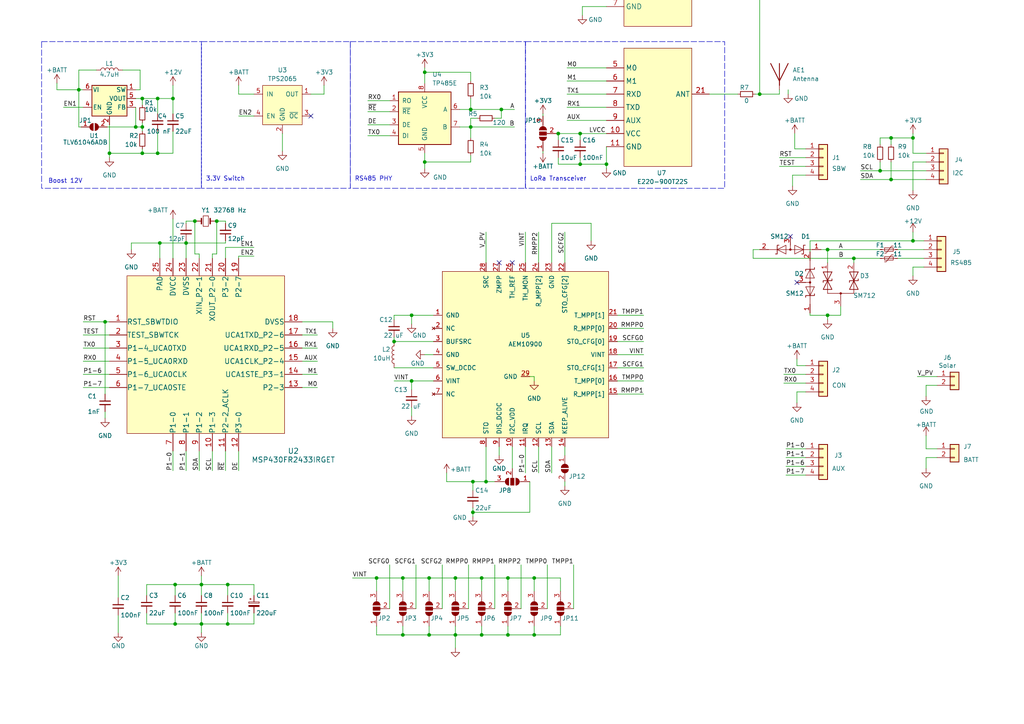
<source format=kicad_sch>
(kicad_sch (version 20250114) (generator "eeschema") (generator_version "9.0")
  (paper "A4")
  (title_block (title "LoRa ModBus board") (rev "3.0.2-10900") (company "MQ Labs"))
  (lib_symbols
    (symbol "Connector_Generic:Conn_01x02" (pin_names (offset 1.016) (hide yes))
      (property "Reference" "J" (at 0 2.54 0))
      (property "Value" "Conn_01x02" (at 0 -5.08 0))
      (symbol "Conn_01x02_1_1"
        (pin passive line (at -5.08 0 0) (length 3.81) (name "Pin_1") (number "1"))
        (pin passive line (at -5.08 -2.54 0) (length 3.81) (name "Pin_2") (number "2"))
      )
    )
    (symbol "Connector_Generic:Conn_01x04" (pin_names (offset 1.016) (hide yes))
      (property "Reference" "J" (at 0 5.08 0))
      (property "Value" "Conn_01x04" (at 0 -7.62 0))
      (symbol "Conn_01x04_1_1"
        (pin passive line (at -5.08 2.54 0) (length 3.81) (name "Pin_1") (number "1"))
        (pin passive line (at -5.08 0 0) (length 3.81) (name "Pin_2") (number "2"))
        (pin passive line (at -5.08 -2.54 0) (length 3.81) (name "Pin_3") (number "3"))
        (pin passive line (at -5.08 -5.08 0) (length 3.81) (name "Pin_4") (number "4"))
      )
    )
    (symbol "Device:C_Polarized_Small" (pin_numbers (hide yes)) (pin_names (offset 0.254) (hide yes))
      (property "Reference" "C" (at 0.254 1.778 0))
      (property "Value" "C_Polarized_Small" (at 0.254 -2.032 0))
      (symbol "C_Polarized_Small_1_1"
        (pin passive line (at 0 2.54 270) (length 1.8542) (name "~") (number "1"))
        (pin passive line (at 0 -2.54 90) (length 1.8542) (name "~") (number "2"))
      )
    )
    (symbol "Device:C_Small" (pin_numbers (hide yes)) (pin_names (offset 0.254) (hide yes))
      (property "Reference" "C" (at 0.254 1.778 0))
      (property "Value" "C_Small" (at 0.254 -2.032 0))
      (symbol "C_Small_1_1"
        (pin passive line (at 0 2.54 270) (length 2.032) (name "~") (number "1"))
        (pin passive line (at 0 -2.54 90) (length 2.032) (name "~") (number "2"))
      )
    )
    (symbol "Device:Crystal_Small" (pin_numbers (hide yes)) (pin_names (offset 1.016) (hide yes))
      (property "Reference" "Y" (at 0 2.54 0))
      (property "Value" "Crystal_Small" (at 0 -2.54 0))
      (symbol "Crystal_Small_1_1"
        (pin passive line (at -2.54 0 0) (length 1.27) (name "1") (number "1"))
        (pin passive line (at 2.54 0 180) (length 1.27) (name "2") (number "2"))
      )
    )
    (symbol "Device:L" (pin_numbers (hide yes)) (pin_names (offset 1.016) (hide yes))
      (property "Reference" "L" (at -1.27 0 90))
      (property "Value" "L" (at 1.905 0 90))
      (symbol "L_1_1"
        (pin passive line (at 0 3.81 270) (length 1.27) (name "1") (number "1"))
        (pin passive line (at 0 -3.81 90) (length 1.27) (name "2") (number "2"))
      )
    )
    (symbol "Device:Polyfuse_Small" (pin_numbers (hide yes)) (pin_names (offset 0))
      (property "Reference" "F" (at -1.905 0 90))
      (property "Value" "Polyfuse_Small" (at 1.905 0 90))
      (symbol "Polyfuse_Small_1_1"
        (pin passive line (at 0 2.54 270) (length 0.635) (name "~") (number "1"))
        (pin passive line (at 0 -2.54 90) (length 0.635) (name "~") (number "2"))
      )
    )
    (symbol "Device:R_Small" (pin_numbers (hide yes)) (pin_names (offset 0.254) (hide yes))
      (property "Reference" "R" (at 0.762 0.508 0))
      (property "Value" "R_Small" (at 0.762 -1.016 0))
      (symbol "R_Small_1_1"
        (pin passive line (at 0 2.54 270) (length 0.762) (name "~") (number "1"))
        (pin passive line (at 0 -2.54 90) (length 0.762) (name "~") (number "2"))
      )
    )
    (symbol "Jumper:SolderJumper_2_Open" (pin_names (offset 0) (hide yes))
      (property "Reference" "JP" (at 0 2.032 0))
      (property "Value" "SolderJumper_2_Open" (at 0 -2.54 0))
      (symbol "SolderJumper_2_Open_1_1"
        (pin passive line (at -3.81 0 0) (length 2.54) (name "A") (number "1"))
        (pin passive line (at 3.81 0 180) (length 2.54) (name "B") (number "2"))
      )
    )
    (symbol "Jumper:SolderJumper_3_Open" (pin_names (offset 0) (hide yes))
      (property "Reference" "JP" (at -2.54 -2.54 0))
      (property "Value" "SolderJumper_3_Open" (at 0 2.794 0))
      (symbol "SolderJumper_3_Open_1_1"
        (pin passive line (at -5.08 0 0) (length 2.54) (name "A") (number "1"))
        (pin passive line (at 0 -3.81 90) (length 2.54) (name "C") (number "2"))
        (pin passive line (at 5.08 0 180) (length 2.54) (name "B") (number "3"))
      )
    )
    (symbol "Lora_Node:AEM10900" (pin_names (offset 1.016))
      (property "Reference" "U5" (at 0 5.588 0))
      (property "Value" "AEM10900" (at 0 3.048 0))
      (symbol "AEM10900_0_0"
        (pin input line (at 1.27 -6.35 180) (length 2.54) (name "GND") (number "29"))
      )
      (symbol "AEM10900_1_0"
        (pin no_connect line (at -26.67 7.62 0) (length 2.54) (name "NC") (number "2"))
        (pin input line (at -26.67 3.81 0) (length 2.54) (name "BUFSRC") (number "3"))
        (pin input line (at -26.67 0 0) (length 2.54) (name "GND") (number "4"))
        (pin input line (at -26.67 -3.81 0) (length 2.54) (name "SW_DCDC") (number "5"))
        (pin input line (at -26.67 -7.62 0) (length 2.54) (name "VINT") (number "6"))
        (pin no_connect line (at -26.67 -11.43 0) (length 2.54) (name "NC") (number "7"))
        (pin input line (at -11.43 26.67 270) (length 2.54) (name "SRC") (number "28"))
        (pin input line (at -11.43 -26.67 90) (length 2.54) (name "STO") (number "8"))
        (pin input line (at -7.62 26.67 270) (length 2.54) (name "ZMPP") (number "27"))
        (pin input line (at -7.62 -26.67 90) (length 2.54) (name "DIS_DCDC") (number "9"))
        (pin input line (at -3.81 26.67 270) (length 2.54) (name "TH_REF") (number "26"))
        (pin input line (at -3.81 -26.67 90) (length 2.54) (name "I2C_VDD") (number "10"))
        (pin input line (at 0 26.67 270) (length 2.54) (name "TH_MON") (number "25"))
        (pin input line (at 0 -26.67 90) (length 2.54) (name "IRQ") (number "11"))
        (pin input line (at 3.81 26.67 270) (length 2.54) (name "R_MPP[2]") (number "24"))
        (pin input line (at 3.81 -26.67 90) (length 2.54) (name "SCL") (number "12"))
        (pin input line (at 7.62 26.67 270) (length 2.54) (name "GND") (number "23"))
        (pin input line (at 7.62 -26.67 90) (length 2.54) (name "SDA") (number "13"))
        (pin input line (at 11.43 26.67 270) (length 2.54) (name "STO_CFG[2]") (number "22"))
        (pin input line (at 11.43 -26.67 90) (length 2.54) (name "KEEP_ALIVE") (number "14"))
        (pin input line (at 26.67 11.43 180) (length 2.54) (name "T_MPP[1]") (number "21"))
        (pin input line (at 26.67 7.62 180) (length 2.54) (name "R_MPP[0]") (number "20"))
        (pin input line (at 26.67 3.81 180) (length 2.54) (name "STO_CFG[0]") (number "19"))
        (pin input line (at 26.67 0 180) (length 2.54) (name "VINT") (number "18"))
        (pin input line (at 26.67 -3.81 180) (length 2.54) (name "STO_CFG[1]") (number "17"))
        (pin input line (at 26.67 -7.62 180) (length 2.54) (name "T_MPP[0]") (number "16"))
        (pin input line (at 26.67 -11.43 180) (length 2.54) (name "R_MPP[1]") (number "15"))
      )
      (symbol "AEM10900_1_1"
        (pin input line (at -26.67 11.43 0) (length 2.54) (name "GND") (number "1"))
      )
    )
    (symbol "Lora_Node:Antenna" (pin_numbers (hide yes)) (pin_names (offset 1.016) (hide yes))
      (property "Reference" "AE1" (at 2.54 0.635 0))
      (property "Value" "Antenna" (at 2.54 -1.905 0))
      (symbol "Antenna_1_1"
        (pin input line (at 0 -5.08 90) (length 2.54) (name "A") (number "1"))
      )
    )
    (symbol "Lora_Node:E220-900T22S"
      (property "Reference" "U5" (at 0 -19.05 0))
      (property "Value" "E220-900T22S" (at -5.715 -21.59 0))
      (symbol "E220-900T22S_1_1"
        (pin input line (at -14.605 11.43 0) (length 5.08) (name "M0") (number "5"))
        (pin input line (at -14.605 7.62 0) (length 5.08) (name "M1") (number "6"))
        (pin input line (at -14.605 3.81 0) (length 5.08) (name "RXD") (number "7"))
        (pin output line (at -14.605 0 0) (length 5.08) (name "TXD") (number "8"))
        (pin output line (at -14.605 -3.81 0) (length 5.08) (name "AUX") (number "9"))
        (pin power_in line (at -14.605 -7.62 0) (length 5.08) (name "VCC") (number "10"))
        (pin power_in line (at -14.605 -11.43 0) (length 5.08) (hide yes) (name "GND") (number "1"))
        (pin power_in line (at -14.605 -11.43 0) (length 5.08) (name "GND") (number "11"))
        (pin power_in line (at -14.605 -11.43 0) (length 5.08) (hide yes) (name "GND") (number "13"))
        (pin power_in line (at -14.605 -11.43 0) (length 5.08) (hide yes) (name "GND") (number "19"))
        (pin power_in line (at -14.605 -11.43 0) (length 5.08) (hide yes) (name "GND") (number "2"))
        (pin power_in line (at -14.605 -11.43 0) (length 5.08) (hide yes) (name "GND") (number "20"))
        (pin power_in line (at -14.605 -11.43 0) (length 5.08) (hide yes) (name "GND") (number "22"))
        (pin power_in line (at -14.605 -11.43 0) (length 5.08) (hide yes) (name "GND") (number "3"))
        (pin power_in line (at -14.605 -11.43 0) (length 5.08) (hide yes) (name "GND") (number "4"))
        (pin bidirectional line (at 15.24 3.81 180) (length 5.08) (name "ANT") (number "21"))
        (pin no_connect line (at 15.24 -5.08 180) (length 5.08) (hide yes) (name "NC") (number "12"))
      )
    )
    (symbol "Lora_Node:E220-900T30S"
      (property "Reference" "U5" (at 0 -19.05 0))
      (property "Value" "E220-900T30S" (at -5.715 -21.59 0))
      (symbol "E220-900T30S_1_1"
        (pin input line (at -14.605 11.43 0) (length 5.08) (name "M0") (number "1"))
        (pin input line (at -14.605 7.62 0) (length 5.08) (name "M1") (number "2"))
        (pin input line (at -14.605 3.81 0) (length 5.08) (name "RXD") (number "3"))
        (pin output line (at -14.605 0 0) (length 5.08) (name "TXD") (number "4"))
        (pin output line (at -14.605 -3.81 0) (length 5.08) (name "AUX") (number "5"))
        (pin power_in line (at -14.605 -7.62 0) (length 5.08) (name "VCC") (number "6"))
        (pin power_in line (at -14.605 -11.43 0) (length 5.08) (hide yes) (name "GND") (number "15"))
        (pin power_in line (at -14.605 -11.43 0) (length 5.08) (hide yes) (name "GND") (number "16"))
        (pin power_in line (at -14.605 -11.43 0) (length 5.08) (hide yes) (name "GND") (number "17"))
        (pin power_in line (at -14.605 -11.43 0) (length 5.08) (name "GND") (number "7"))
        (pin power_in line (at -14.605 -11.43 0) (length 5.08) (hide yes) (name "GND") (number "9"))
        (pin bidirectional line (at 15.24 3.81 180) (length 5.08) (name "ANT") (number "18"))
        (pin no_connect line (at 15.24 -5.08 180) (length 5.08) (hide yes) (name "NC") (number "12"))
      )
    )
    (symbol "Lora_Node:MSP430FR2433IRGET" (pin_names (offset 0.002))
      (property "Reference" "U2" (at 25.4 -27.94 0))
      (property "Value" "MSP430FR2433IRGET" (at 25.4 -30.48 0))
      (symbol "MSP430FR2433IRGET_1_1"
        (pin bidirectional line (at -27.94 9.525 0) (length 5.08) (name "RST_SBWTDIO") (number "1"))
        (pin input line (at -27.94 5.715 0) (length 5.08) (name "TEST_SBWTCK") (number "2"))
        (pin bidirectional line (at -27.94 1.905 0) (length 5.08) (name "P1-4_UCA0TXD") (number "3"))
        (pin bidirectional line (at -27.94 -1.905 0) (length 5.08) (name "P1-5_UCA0RXD") (number "4"))
        (pin bidirectional line (at -27.94 -5.715 0) (length 5.08) (name "P1-6_UCA0CLK") (number "5"))
        (pin bidirectional line (at -27.94 -9.525 0) (length 5.08) (name "P1-7_UCA0STE") (number "6"))
        (pin power_in line (at -13.335 27.94 270) (length 5.08) (name "PAD") (number "25"))
        (pin power_in line (at -9.525 27.94 270) (length 5.08) (name "DVCC") (number "24"))
        (pin bidirectional line (at -9.525 -27.94 90) (length 5.08) (name "P1-0") (number "7"))
        (pin power_in line (at -5.715 27.94 270) (length 5.08) (name "DVSS") (number "23"))
        (pin bidirectional line (at -5.715 -27.94 90) (length 5.08) (name "P1-1") (number "8"))
        (pin bidirectional line (at -1.905 27.94 270) (length 5.08) (name "XIN_P2-1") (number "22"))
        (pin bidirectional line (at -1.905 -27.94 90) (length 5.08) (name "P1-2") (number "9"))
        (pin bidirectional line (at 1.905 27.94 270) (length 5.08) (name "XOUT_P2-0") (number "21"))
        (pin bidirectional line (at 1.905 -27.94 90) (length 5.08) (name "P1-3") (number "10"))
        (pin bidirectional line (at 5.715 27.94 270) (length 5.08) (name "P3-2") (number "20"))
        (pin bidirectional line (at 5.715 -27.94 90) (length 5.08) (name "P2-2_ACLK") (number "11"))
        (pin bidirectional line (at 9.525 27.94 270) (length 5.08) (name "P2-7") (number "19"))
        (pin bidirectional line (at 9.525 -27.94 90) (length 5.08) (name "P3-0") (number "12"))
        (pin power_in line (at 27.94 9.525 180) (length 5.08) (name "DVSS") (number "18"))
        (pin bidirectional line (at 27.94 5.715 180) (length 5.08) (name "UCA1TXD_P2-6") (number "17"))
        (pin bidirectional line (at 27.94 1.905 180) (length 5.08) (name "UCA1RXD_P2-5") (number "16"))
        (pin bidirectional line (at 27.94 -1.905 180) (length 5.08) (name "UCA1CLK_P2-4") (number "15"))
        (pin bidirectional line (at 27.94 -5.715 180) (length 5.08) (name "UCA1STE_P3-1") (number "14"))
        (pin bidirectional line (at 27.94 -9.525 180) (length 5.08) (name "P2-3") (number "13"))
      )
    )
    (symbol "Lora_Node:SM12_SOT23_R" (pin_names (offset 1.016) (hide yes))
      (property "Reference" "D2" (at 2.54 -3.175 90))
      (property "Value" "SM12" (at -3.175 -4.445 90))
      (symbol "SM12_SOT23_R_1_1"
        (pin passive line (at -8.89 0 0) (length 2.54) (name "A1") (number "1"))
        (pin input line (at 0 -3.81 90) (length 2.54) (name "common") (number "3"))
        (pin passive line (at 8.89 0 180) (length 2.54) (name "A2") (number "2"))
      )
    )
    (symbol "Lora_Node:SM712_SOT23R" (pin_names (offset 1.016) (hide yes))
      (property "Reference" "D3" (at 8.255 -5.08 0))
      (property "Value" "SM712" (at 10.16 0.635 0))
      (symbol "SM712_SOT23R_1_1"
        (pin passive line (at -3.81 -8.89 90) (length 2.54) (name "A1") (number "1"))
        (pin input line (at 0 3.81 270) (length 2.54) (name "common") (number "3"))
        (pin passive line (at 3.81 -8.89 90) (length 2.54) (name "A2") (number "2"))
      )
    )
    (symbol "Lora_Node:SP3485EN" (pin_names (offset 1.016))
      (property "Reference" "U4" (at 2.1941 12.065 0))
      (property "Value" "TP485E" (at 2.1941 9.525 0))
      (symbol "SP3485EN_1_1"
        (pin output line (at -10.16 5.08 0) (length 2.54) (name "RO") (number "1"))
        (pin input line (at -10.16 1.905 0) (length 2.54) (name "~{RE}") (number "2"))
        (pin input line (at -10.16 -1.905 0) (length 2.54) (name "DE") (number "3"))
        (pin input line (at -10.16 -5.08 0) (length 2.54) (name "DI") (number "4"))
        (pin power_in line (at 0 10.16 270) (length 2.54) (name "VCC") (number "8"))
        (pin power_in line (at 0 -10.16 90) (length 2.54) (name "GND") (number "5"))
        (pin bidirectional line (at 10.16 2.54 180) (length 2.54) (name "A") (number "6"))
        (pin bidirectional line (at 10.16 -2.54 180) (length 2.54) (name "B") (number "7"))
      )
    )
    (symbol "Lora_Node:TPS2065" (pin_names (offset 1.016))
      (property "Reference" "U3" (at 0 10.16 0))
      (property "Value" "TPS2065" (at 0 7.62 0))
      (symbol "TPS2065_1_1"
        (pin power_in line (at -8.255 3.175 0) (length 2.54) (name "IN") (number "5"))
        (pin input line (at -8.255 -3.175 0) (length 2.54) (name "EN") (number "4"))
        (pin power_in line (at 0 -8.255 90) (length 2.54) (name "GND") (number "2"))
        (pin power_out line (at 8.255 3.175 180) (length 2.54) (name "OUT") (number "1"))
        (pin open_collector line (at 8.255 -3.175 180) (length 2.54) (name "~{OC}") (number "3"))
      )
    )
    (symbol "Regulator_Switching:TLV61046ADB" (pin_names (offset 0.254))
      (property "Reference" "U" (at -5.08 7.62 0))
      (property "Value" "TLV61046ADB" (at 0 7.62 0))
      (symbol "TLV61046ADB_1_1"
        (pin power_in line (at -7.62 5.08 0) (length 2.54) (name "VI") (number "6"))
        (pin input line (at -7.62 0 0) (length 2.54) (name "EN") (number "4"))
        (pin power_in line (at 0 -5.08 90) (length 2.54) (name "GND") (number "2"))
        (pin power_in line (at 7.62 5.08 180) (length 2.54) (name "SW") (number "1"))
        (pin power_out line (at 7.62 2.54 180) (length 2.54) (name "VOUT") (number "5"))
        (pin input line (at 7.62 0 180) (length 2.54) (name "FB") (number "3"))
      )
    )
    (symbol "power:+12V" (power) (pin_names (offset 0))
      (property "Value" "+12V" (at 0 3.556 0))
      (symbol "+12V_1_1"
        (pin power_in line (at 0 0 90) (length 0) (hide yes) (name "+12V") (number "1"))
      )
    )
    (symbol "power:+3V3" (power) (pin_names (offset 0))
      (property "Value" "+3V3" (at 0 3.556 0))
      (symbol "+3V3_1_1"
        (pin power_in line (at 0 0 90) (length 0) (hide yes) (name "+3V3") (number "1"))
      )
    )
    (symbol "power:+BATT" (power) (pin_names (offset 0))
      (property "Value" "+BATT" (at 0 3.556 0))
      (symbol "+BATT_1_1"
        (pin power_in line (at 0 0 90) (length 0) (hide yes) (name "+BATT") (number "1"))
      )
    )
    (symbol "power:GND" (power) (pin_names (offset 0))
      (property "Value" "GND" (at 0 -3.81 0))
      (symbol "GND_1_1"
        (pin power_in line (at 0 0 270) (length 0) (hide yes) (name "GND") (number "1"))
      )
    )
  )
  (rectangle (start 152.4 12.065) (end 210.185 54.61) (stroke (width 0) (type dash)))
  (rectangle (start 58.42 12.065) (end 101.6 54.61) (stroke (width 0) (type dash)))
  (rectangle (start 101.6 12.065) (end 152.4 54.61) (stroke (width 0) (type dash)))
  (rectangle (start 12.065 12.065) (end 58.42 54.61) (stroke (width 0) (type dash)))
  (text "3.3V Switch" (at 59.69 52.705 0) (effects (font (size 1.27 1.27)) (justify left bottom)))
  (text "LoRa Transceiver" (at 153.67 52.705 0) (effects (font (size 1.27 1.27)) (justify left bottom)))
  (text "RS485 PHY" (at 102.87 52.705 0) (effects (font (size 1.27 1.27)) (justify left bottom)))
  (text "Boost 12V" (at 13.97 53.34 0) (effects (font (size 1.27 1.27)) (justify left bottom)))
  (junction (at 39.37 36.83))
  (junction (at 119.38 91.44))
  (junction (at 240.03 91.44))
  (junction (at 255.27 49.53))
  (junction (at 168.275 38.735))
  (junction (at 123.19 20.955))
  (junction (at 264.795 69.85))
  (junction (at 137.16 139.7))
  (junction (at 45.72 28.575))
  (junction (at 31.75 44.45))
  (junction (at 62.865 64.135))
  (junction (at 109.22 167.64))
  (junction (at 240.03 72.39))
  (junction (at 175.895 47.625))
  (junction (at 30.48 93.345))
  (junction (at 66.04 180.975))
  (junction (at 124.46 184.15))
  (junction (at 114.3 99.06))
  (junction (at 53.975 70.485))
  (junction (at 22.86 26.035))
  (junction (at 50.8 169.545))
  (junction (at 145.415 31.75))
  (junction (at 119.38 110.49))
  (junction (at 258.445 40.005))
  (junction (at 154.94 167.64))
  (junction (at 58.42 180.975))
  (junction (at 66.04 169.545))
  (junction (at 168.275 47.625))
  (junction (at 58.42 169.545))
  (junction (at 139.7 167.64))
  (junction (at 56.515 64.135))
  (junction (at 136.525 36.83))
  (junction (at 46.355 70.485))
  (junction (at 116.84 184.15))
  (junction (at 264.795 40.005))
  (junction (at 41.275 36.83))
  (junction (at 41.275 44.45))
  (junction (at 132.08 184.15))
  (junction (at 247.65 74.93))
  (junction (at 45.72 44.45))
  (junction (at 132.08 167.64))
  (junction (at 258.445 52.07))
  (junction (at 123.19 46.99))
  (junction (at 116.84 167.64))
  (junction (at 161.925 38.735))
  (junction (at 154.94 184.15))
  (junction (at 124.46 167.64))
  (junction (at 220.345 27.305))
  (junction (at 147.32 167.64))
  (junction (at 139.7 184.15))
  (junction (at 140.97 139.7))
  (junction (at 136.525 31.75))
  (junction (at 147.32 184.15))
  (junction (at 137.16 148.59))
  (junction (at 50.8 180.975))
  (junction (at 41.275 28.575))
  (junction (at 50.165 28.575))
  (no_connect (at 231.14 81.915))
  (no_connect (at 148.59 76.2))
  (no_connect (at 90.17 33.655))
  (no_connect (at 229.235 68.58))
  (no_connect (at 144.78 76.2))
  (wire (pts (xy 30.48 119.38) (xy 30.48 121.285)))
  (wire (pts (xy 45.72 44.45) (xy 50.165 44.45)))
  (wire (pts (xy 175.895 42.545) (xy 175.895 47.625)))
  (wire (pts (xy 65.405 136.525) (xy 65.405 130.81)))
  (wire (pts (xy 268.605 46.99) (xy 264.795 46.99)))
  (wire (pts (xy 65.405 71.755) (xy 65.405 74.93)))
  (wire (pts (xy 168.275 38.735) (xy 175.895 38.735)))
  (wire (pts (xy 30.48 93.345) (xy 30.48 114.3)))
  (wire (pts (xy 123.19 102.87) (xy 125.73 102.87)))
  (wire (pts (xy 114.3 110.49) (xy 119.38 110.49)))
  (wire (pts (xy 137.16 147.32) (xy 137.16 148.59)))
  (wire (pts (xy 56.515 64.135) (xy 56.515 73.66)))
  (wire (pts (xy 218.44 72.39) (xy 220.345 72.39)))
  (wire (pts (xy 179.07 110.49) (xy 186.69 110.49)))
  (wire (pts (xy 179.07 106.68) (xy 186.69 106.68)))
  (wire (pts (xy 129.54 139.7) (xy 129.54 137.16)))
  (wire (pts (xy 243.84 91.44) (xy 243.84 88.9)))
  (wire (pts (xy 240.03 72.39) (xy 255.27 72.39)))
  (wire (pts (xy 69.215 27.305) (xy 73.66 27.305)))
  (wire (pts (xy 24.13 112.395) (xy 31.75 112.395)))
  (wire (pts (xy 231.14 113.665) (xy 231.14 116.84)))
  (wire (pts (xy 93.98 27.305) (xy 93.98 24.765)))
  (wire (pts (xy 162.56 181.61) (xy 162.56 184.15)))
  (wire (pts (xy 152.4 67.31) (xy 152.4 76.2)))
  (wire (pts (xy 227.965 130.175) (xy 233.68 130.175)))
  (wire (pts (xy 124.46 167.64) (xy 116.84 167.64)))
  (wire (pts (xy 227.33 108.585) (xy 233.68 108.585)))
  (wire (pts (xy 164.465 -20.955) (xy 175.895 -20.955)))
  (wire (pts (xy 143.51 34.29) (xy 145.415 34.29)))
  (wire (pts (xy 124.46 167.64) (xy 132.08 167.64)))
  (wire (pts (xy 136.525 36.83) (xy 136.525 40.005)))
  (wire (pts (xy 247.65 74.93) (xy 255.27 74.93)))
  (wire (pts (xy 41.275 28.575) (xy 45.72 28.575)))
  (wire (pts (xy 22.86 26.035) (xy 24.13 26.035)))
  (wire (pts (xy 205.74 27.305) (xy 213.995 27.305)))
  (wire (pts (xy 154.94 184.15) (xy 162.56 184.15)))
  (wire (pts (xy 69.215 74.295) (xy 73.66 74.295)))
  (wire (pts (xy 260.35 74.93) (xy 267.97 74.93)))
  (wire (pts (xy 50.165 33.02) (xy 50.165 28.575)))
  (wire (pts (xy 179.07 91.44) (xy 186.69 91.44)))
  (wire (pts (xy 164.465 -1.905) (xy 175.895 -1.905)))
  (wire (pts (xy 53.975 64.77) (xy 53.975 64.135)))
  (wire (pts (xy 147.32 171.45) (xy 147.32 167.64)))
  (wire (pts (xy 24.13 97.155) (xy 31.75 97.155)))
  (wire (pts (xy 62.23 64.135) (xy 62.865 64.135)))
  (wire (pts (xy 234.95 69.85) (xy 264.795 69.85)))
  (wire (pts (xy 233.68 50.8) (xy 229.87 50.8)))
  (wire (pts (xy 81.915 38.735) (xy 81.915 43.815)))
  (wire (pts (xy 264.795 46.99) (xy 264.795 55.245)))
  (wire (pts (xy 38.1 70.485) (xy 46.355 70.485)))
  (wire (pts (xy 268.605 126.365) (xy 268.605 130.175)))
  (wire (pts (xy 168.275 38.735) (xy 168.275 40.64)))
  (wire (pts (xy 136.525 34.29) (xy 136.525 36.83)))
  (wire (pts (xy 234.95 91.44) (xy 234.95 90.805)))
  (wire (pts (xy 57.785 130.81) (xy 57.785 136.525)))
  (wire (pts (xy 106.68 36.195) (xy 113.03 36.195)))
  (wire (pts (xy 31.75 44.45) (xy 41.275 44.45)))
  (wire (pts (xy 168.275 45.72) (xy 168.275 47.625)))
  (wire (pts (xy 264.795 77.47) (xy 267.97 77.47)))
  (wire (pts (xy 266.065 109.22) (xy 271.78 109.22)))
  (wire (pts (xy 264.795 77.47) (xy 264.795 80.01)))
  (wire (pts (xy 175.895 1.905) (xy 168.91 1.905)))
  (wire (pts (xy 264.795 44.45) (xy 264.795 40.005)))
  (wire (pts (xy 164.465 -17.145) (xy 175.895 -17.145)))
  (wire (pts (xy 114.3 92.71) (xy 114.3 91.44)))
  (wire (pts (xy 260.35 72.39) (xy 267.97 72.39)))
  (wire (pts (xy 168.91 1.905) (xy 168.91 4.445)))
  (wire (pts (xy 53.975 136.525) (xy 53.975 130.81)))
  (wire (pts (xy 258.445 46.99) (xy 258.445 52.07)))
  (wire (pts (xy 123.19 44.45) (xy 123.19 46.99)))
  (wire (pts (xy 123.19 19.685) (xy 123.19 20.955)))
  (wire (pts (xy 234.95 73.025) (xy 234.95 69.85)))
  (wire (pts (xy 227.965 135.255) (xy 233.68 135.255)))
  (wire (pts (xy 267.97 69.85) (xy 264.795 69.85)))
  (wire (pts (xy 31.75 36.195) (xy 31.75 44.45)))
  (wire (pts (xy 258.445 41.91) (xy 258.445 40.005)))
  (wire (pts (xy 50.8 169.545) (xy 50.8 172.72)))
  (wire (pts (xy 41.275 28.575) (xy 41.275 30.48)))
  (wire (pts (xy 114.3 106.68) (xy 125.73 106.68)))
  (wire (pts (xy 240.03 91.44) (xy 240.03 92.71)))
  (wire (pts (xy 136.525 46.99) (xy 123.19 46.99)))
  (wire (pts (xy 240.03 72.39) (xy 240.03 76.2)))
  (wire (pts (xy 140.97 139.7) (xy 143.51 139.7)))
  (wire (pts (xy 66.04 169.545) (xy 58.42 169.545)))
  (wire (pts (xy 116.84 167.64) (xy 116.84 171.45)))
  (wire (pts (xy 61.595 73.66) (xy 62.865 73.66)))
  (wire (pts (xy 166.37 176.53) (xy 166.37 163.83)))
  (wire (pts (xy 179.07 99.06) (xy 186.69 99.06)))
  (wire (pts (xy 145.415 31.75) (xy 145.415 34.29)))
  (wire (pts (xy 218.44 74.93) (xy 247.65 74.93)))
  (wire (pts (xy 22.86 26.035) (xy 22.86 36.83)))
  (wire (pts (xy 69.215 27.305) (xy 69.215 24.765)))
  (wire (pts (xy 62.865 73.66) (xy 62.865 64.135)))
  (wire (pts (xy 147.32 167.64) (xy 154.94 167.64)))
  (wire (pts (xy 255.27 46.99) (xy 255.27 49.53)))
  (wire (pts (xy 136.525 28.575) (xy 136.525 31.75)))
  (wire (pts (xy 226.06 48.26) (xy 233.68 48.26)))
  (wire (pts (xy 247.65 74.93) (xy 247.65 76.2)))
  (wire (pts (xy 22.86 26.035) (xy 22.86 20.32)))
  (wire (pts (xy 227.965 132.715) (xy 233.68 132.715)))
  (wire (pts (xy 132.08 167.64) (xy 132.08 171.45)))
  (wire (pts (xy 268.605 44.45) (xy 264.795 44.45)))
  (wire (pts (xy 249.555 49.53) (xy 255.27 49.53)))
  (wire (pts (xy 23.495 36.83) (xy 22.86 36.83)))
  (wire (pts (xy 152.4 129.54) (xy 152.4 137.16)))
  (wire (pts (xy 154.94 109.22) (xy 153.67 109.22)))
  (wire (pts (xy 147.32 184.15) (xy 154.94 184.15)))
  (wire (pts (xy 217.17 -13.335) (xy 220.345 -13.335)))
  (wire (pts (xy 139.7 171.45) (xy 139.7 167.64)))
  (wire (pts (xy 109.22 181.61) (xy 109.22 184.15)))
  (wire (pts (xy 157.48 43.815) (xy 157.48 44.45)))
  (wire (pts (xy 171.45 64.77) (xy 171.45 69.85)))
  (wire (pts (xy 133.35 31.75) (xy 136.525 31.75)))
  (wire (pts (xy 268.605 132.715) (xy 268.605 135.89)))
  (wire (pts (xy 137.16 148.59) (xy 137.16 149.86)))
  (wire (pts (xy 161.925 38.735) (xy 161.925 40.64)))
  (wire (pts (xy 30.48 93.345) (xy 31.75 93.345)))
  (wire (pts (xy 45.72 28.575) (xy 45.72 33.02)))
  (wire (pts (xy 114.3 91.44) (xy 119.38 91.44)))
  (wire (pts (xy 255.27 41.91) (xy 255.27 40.005)))
  (wire (pts (xy 45.72 38.1) (xy 45.72 44.45)))
  (wire (pts (xy 24.13 108.585) (xy 31.75 108.585)))
  (wire (pts (xy 124.46 181.61) (xy 124.46 184.15)))
  (wire (pts (xy 39.37 28.575) (xy 41.275 28.575)))
  (wire (pts (xy 154.94 171.45) (xy 154.94 167.64)))
  (wire (pts (xy 151.13 163.83) (xy 151.13 176.53)))
  (wire (pts (xy 73.66 180.975) (xy 66.04 180.975)))
  (wire (pts (xy 227.965 137.795) (xy 233.68 137.795)))
  (wire (pts (xy 119.38 110.49) (xy 125.73 110.49)))
  (wire (pts (xy 129.54 139.7) (xy 137.16 139.7)))
  (wire (pts (xy 57.785 74.93) (xy 57.785 73.66)))
  (wire (pts (xy 179.07 114.3) (xy 186.69 114.3)))
  (wire (pts (xy 35.56 20.32) (xy 40.64 20.32)))
  (wire (pts (xy 87.63 97.155) (xy 92.075 97.155)))
  (wire (pts (xy 50.165 63.5) (xy 50.165 74.93)))
  (wire (pts (xy 238.125 72.39) (xy 240.03 72.39)))
  (wire (pts (xy 220.345 -13.335) (xy 220.345 27.305)))
  (wire (pts (xy 87.63 112.395) (xy 92.075 112.395)))
  (wire (pts (xy 228.6 26.035) (xy 228.6 27.305)))
  (wire (pts (xy 116.84 181.61) (xy 116.84 184.15)))
  (wire (pts (xy 128.27 176.53) (xy 128.27 163.83)))
  (wire (pts (xy 73.66 177.8) (xy 73.66 180.975)))
  (wire (pts (xy 24.13 100.965) (xy 31.75 100.965)))
  (wire (pts (xy 16.51 26.035) (xy 22.86 26.035)))
  (wire (pts (xy 113.03 176.53) (xy 113.03 163.83)))
  (wire (pts (xy 24.13 104.775) (xy 31.75 104.775)))
  (wire (pts (xy 53.975 64.135) (xy 56.515 64.135)))
  (wire (pts (xy 96.52 95.25) (xy 96.52 93.345)))
  (wire (pts (xy 102.235 167.64) (xy 109.22 167.64)))
  (wire (pts (xy 109.22 184.15) (xy 116.84 184.15)))
  (wire (pts (xy 58.42 169.545) (xy 58.42 172.72)))
  (wire (pts (xy 50.165 136.525) (xy 50.165 130.81)))
  (wire (pts (xy 53.975 69.85) (xy 53.975 70.485)))
  (wire (pts (xy 233.68 43.18) (xy 230.505 43.18)))
  (wire (pts (xy 227.33 111.125) (xy 233.68 111.125)))
  (wire (pts (xy 41.275 44.45) (xy 45.72 44.45)))
  (wire (pts (xy 69.215 33.655) (xy 73.66 33.655)))
  (wire (pts (xy 161.29 38.735) (xy 161.925 38.735)))
  (wire (pts (xy 258.445 52.07) (xy 268.605 52.07)))
  (wire (pts (xy 136.525 36.83) (xy 149.225 36.83)))
  (wire (pts (xy 268.605 111.76) (xy 271.78 111.76)))
  (wire (pts (xy 42.545 172.72) (xy 42.545 169.545)))
  (wire (pts (xy 16.51 24.13) (xy 16.51 26.035)))
  (wire (pts (xy 132.08 184.15) (xy 139.7 184.15)))
  (wire (pts (xy 233.68 106.045) (xy 231.14 106.045)))
  (wire (pts (xy 34.29 167.005) (xy 34.29 173.355)))
  (wire (pts (xy 109.22 167.64) (xy 116.84 167.64)))
  (wire (pts (xy 57.785 73.66) (xy 56.515 73.66)))
  (wire (pts (xy 40.64 20.32) (xy 40.64 26.035)))
  (wire (pts (xy 160.02 76.2) (xy 160.02 64.77)))
  (wire (pts (xy 140.97 67.31) (xy 140.97 76.2)))
  (wire (pts (xy 268.605 132.715) (xy 271.78 132.715)))
  (wire (pts (xy 120.65 176.53) (xy 120.65 163.83)))
  (wire (pts (xy 164.465 -13.335) (xy 175.895 -13.335)))
  (wire (pts (xy 124.46 171.45) (xy 124.46 167.64)))
  (wire (pts (xy 160.02 64.77) (xy 171.45 64.77)))
  (wire (pts (xy 42.545 177.8) (xy 42.545 180.975)))
  (wire (pts (xy 123.19 20.955) (xy 123.19 24.13)))
  (wire (pts (xy 42.545 169.545) (xy 50.8 169.545)))
  (wire (pts (xy 156.21 67.31) (xy 156.21 76.2)))
  (wire (pts (xy 160.02 129.54) (xy 160.02 137.16)))
  (wire (pts (xy 137.16 139.7) (xy 137.16 142.24)))
  (wire (pts (xy 135.89 176.53) (xy 135.89 163.83)))
  (wire (pts (xy 140.97 129.54) (xy 140.97 139.7)))
  (wire (pts (xy 56.515 64.135) (xy 57.15 64.135)))
  (wire (pts (xy 124.46 184.15) (xy 132.08 184.15)))
  (wire (pts (xy 148.59 129.54) (xy 148.59 135.89)))
  (wire (pts (xy 240.03 91.44) (xy 234.95 91.44)))
  (wire (pts (xy 50.165 28.575) (xy 45.72 28.575)))
  (wire (pts (xy 114.3 97.79) (xy 114.3 99.06)))
  (wire (pts (xy 161.925 47.625) (xy 168.275 47.625)))
  (wire (pts (xy 264.795 69.85) (xy 264.795 67.31)))
  (wire (pts (xy 65.405 71.755) (xy 73.66 71.755)))
  (wire (pts (xy 145.415 31.75) (xy 149.225 31.75)))
  (wire (pts (xy 119.38 91.44) (xy 119.38 93.98)))
  (wire (pts (xy 163.83 129.54) (xy 163.83 132.08)))
  (wire (pts (xy 46.355 70.485) (xy 46.355 74.93)))
  (wire (pts (xy 132.08 181.61) (xy 132.08 184.15)))
  (wire (pts (xy 255.27 40.005) (xy 258.445 40.005)))
  (wire (pts (xy 136.525 20.955) (xy 123.19 20.955)))
  (wire (pts (xy 164.465 31.115) (xy 175.895 31.115)))
  (wire (pts (xy 219.075 27.305) (xy 220.345 27.305)))
  (wire (pts (xy 38.1 72.39) (xy 38.1 70.485)))
  (wire (pts (xy 31.75 44.45) (xy 31.75 45.72)))
  (wire (pts (xy 123.19 46.99) (xy 123.19 48.895)))
  (wire (pts (xy 87.63 108.585) (xy 92.075 108.585)))
  (wire (pts (xy 164.465 27.305) (xy 175.895 27.305)))
  (wire (pts (xy 96.52 93.345) (xy 87.63 93.345)))
  (wire (pts (xy 22.86 20.32) (xy 27.94 20.32)))
  (wire (pts (xy 271.78 130.175) (xy 268.605 130.175)))
  (wire (pts (xy 144.78 129.54) (xy 144.78 132.08)))
  (wire (pts (xy 50.165 24.765) (xy 50.165 28.575)))
  (wire (pts (xy 106.68 32.385) (xy 113.03 32.385)))
  (wire (pts (xy 66.04 172.72) (xy 66.04 169.545)))
  (wire (pts (xy 42.545 180.975) (xy 50.8 180.975)))
  (wire (pts (xy 136.525 45.085) (xy 136.525 46.99)))
  (wire (pts (xy 65.405 69.85) (xy 65.405 70.485)))
  (wire (pts (xy 119.38 110.49) (xy 119.38 113.03)))
  (wire (pts (xy 154.94 181.61) (xy 154.94 184.15)))
  (wire (pts (xy 50.165 38.1) (xy 50.165 44.45)))
  (wire (pts (xy 161.925 38.735) (xy 168.275 38.735)))
  (wire (pts (xy 255.27 49.53) (xy 268.605 49.53)))
  (wire (pts (xy 58.42 180.975) (xy 58.42 183.515)))
  (wire (pts (xy 153.67 139.7) (xy 153.67 148.59)))
  (wire (pts (xy 220.345 27.305) (xy 226.06 27.305)))
  (wire (pts (xy 139.7 184.15) (xy 147.32 184.15)))
  (wire (pts (xy 163.83 139.7) (xy 163.83 140.97)))
  (wire (pts (xy 156.21 129.54) (xy 156.21 137.16)))
  (wire (pts (xy 69.215 130.81) (xy 69.215 136.525)))
  (wire (pts (xy 46.355 70.485) (xy 53.975 70.485)))
  (wire (pts (xy 164.465 23.495) (xy 175.895 23.495)))
  (wire (pts (xy 143.51 176.53) (xy 143.51 163.83)))
  (wire (pts (xy 147.32 167.64) (xy 139.7 167.64)))
  (wire (pts (xy 164.465 -5.715) (xy 175.895 -5.715)))
  (wire (pts (xy 58.42 169.545) (xy 50.8 169.545)))
  (wire (pts (xy 230.505 43.18) (xy 230.505 38.735)))
  (wire (pts (xy 139.7 167.64) (xy 132.08 167.64)))
  (wire (pts (xy 136.525 31.75) (xy 145.415 31.75)))
  (wire (pts (xy 66.04 177.8) (xy 66.04 180.975)))
  (wire (pts (xy 136.525 23.495) (xy 136.525 20.955)))
  (wire (pts (xy 24.13 93.345) (xy 30.48 93.345)))
  (wire (pts (xy 179.07 102.87) (xy 186.69 102.87)))
  (wire (pts (xy 90.17 27.305) (xy 93.98 27.305)))
  (wire (pts (xy 137.16 139.7) (xy 140.97 139.7)))
  (wire (pts (xy 40.64 26.035) (xy 39.37 26.035)))
  (wire (pts (xy 119.38 91.44) (xy 125.73 91.44)))
  (wire (pts (xy 106.68 39.37) (xy 113.03 39.37)))
  (wire (pts (xy 65.405 64.135) (xy 62.865 64.135)))
  (wire (pts (xy 119.38 118.11) (xy 119.38 120.65)))
  (wire (pts (xy 53.975 70.485) (xy 53.975 74.93)))
  (wire (pts (xy 41.275 35.56) (xy 41.275 36.83)))
  (wire (pts (xy 65.405 64.77) (xy 65.405 64.135)))
  (wire (pts (xy 205.74 -13.335) (xy 212.09 -13.335)))
  (wire (pts (xy 109.22 167.64) (xy 109.22 171.45)))
  (wire (pts (xy 137.16 148.59) (xy 153.67 148.59)))
  (wire (pts (xy 264.795 40.005) (xy 264.795 38.735)))
  (wire (pts (xy 164.465 34.925) (xy 175.895 34.925)))
  (wire (pts (xy 139.7 181.61) (xy 139.7 184.15)))
  (wire (pts (xy 218.44 72.39) (xy 218.44 74.93)))
  (wire (pts (xy 233.68 113.665) (xy 231.14 113.665)))
  (wire (pts (xy 69.215 74.93) (xy 69.215 74.295)))
  (wire (pts (xy 164.465 19.685) (xy 175.895 19.685)))
  (wire (pts (xy 157.48 33.02) (xy 157.48 33.655)))
  (wire (pts (xy 229.87 50.8) (xy 229.87 53.975)))
  (wire (pts (xy 34.29 178.435) (xy 34.29 183.515)))
  (wire (pts (xy 73.66 169.545) (xy 66.04 169.545)))
  (wire (pts (xy 106.68 29.21) (xy 113.03 29.21)))
  (wire (pts (xy 39.37 36.83) (xy 31.115 36.83)))
  (wire (pts (xy 161.925 45.72) (xy 161.925 47.625)))
  (wire (pts (xy 73.66 169.545) (xy 73.66 172.72)))
  (wire (pts (xy 87.63 100.965) (xy 92.075 100.965)))
  (wire (pts (xy 162.56 167.64) (xy 154.94 167.64)))
  (wire (pts (xy 226.06 45.72) (xy 233.68 45.72)))
  (wire (pts (xy 226.06 27.305) (xy 226.06 26.035)))
  (wire (pts (xy 61.595 130.81) (xy 61.595 136.525)))
  (wire (pts (xy 58.42 167.005) (xy 58.42 169.545)))
  (wire (pts (xy 114.3 99.06) (xy 125.73 99.06)))
  (wire (pts (xy 258.445 40.005) (xy 264.795 40.005)))
  (wire (pts (xy 154.94 110.49) (xy 154.94 109.22)))
  (wire (pts (xy 147.32 181.61) (xy 147.32 184.15)))
  (wire (pts (xy 163.83 76.2) (xy 163.83 67.31)))
  (wire (pts (xy 132.08 184.15) (xy 132.08 187.96)))
  (wire (pts (xy 179.07 95.25) (xy 186.69 95.25)))
  (wire (pts (xy 58.42 180.975) (xy 50.8 180.975)))
  (wire (pts (xy 175.895 47.625) (xy 175.895 48.895)))
  (wire (pts (xy 58.42 177.8) (xy 58.42 180.975)))
  (wire (pts (xy 162.56 171.45) (xy 162.56 167.64)))
  (wire (pts (xy 268.605 114.935) (xy 268.605 111.76)))
  (wire (pts (xy 50.8 177.8) (xy 50.8 180.975)))
  (wire (pts (xy 158.75 163.83) (xy 158.75 176.53)))
  (wire (pts (xy 231.14 106.045) (xy 231.14 104.14)))
  (wire (pts (xy 138.43 34.29) (xy 136.525 34.29)))
  (wire (pts (xy 66.04 180.975) (xy 58.42 180.975)))
  (wire (pts (xy 240.03 91.44) (xy 243.84 91.44)))
  (wire (pts (xy 168.275 47.625) (xy 175.895 47.625)))
  (wire (pts (xy 39.37 36.83) (xy 41.275 36.83)))
  (wire (pts (xy 124.46 184.15) (xy 116.84 184.15)))
  (wire (pts (xy 61.595 74.93) (xy 61.595 73.66)))
  (wire (pts (xy 133.35 36.83) (xy 136.525 36.83)))
  (wire (pts (xy 53.975 70.485) (xy 65.405 70.485)))
  (wire (pts (xy 164.465 -9.525) (xy 175.895 -9.525)))
  (wire (pts (xy 39.37 31.115) (xy 39.37 36.83)))
  (wire (pts (xy 249.555 52.07) (xy 258.445 52.07)))
  (wire (pts (xy 18.415 31.115) (xy 24.13 31.115)))
  (wire (pts (xy 41.275 43.18) (xy 41.275 44.45)))
  (wire (pts (xy 41.275 36.83) (xy 41.275 38.1)))
  (wire (pts (xy 87.63 104.775) (xy 92.075 104.775)))
  (label "TMPP0" (at 158.75 163.83 180))
  (label "RMPP2" (at 151.13 163.83 180))
  (label "B" (at 243.205 74.93 0))
  (label "M0" (at 164.465 -20.955 0))
  (label "M1" (at 164.465 23.495 0))
  (label "RST" (at 24.13 93.345 0))
  (label "TX1" (at 92.075 97.155 180))
  (label "AUX" (at 92.075 104.775 180))
  (label "~{RE}" (at 106.68 32.385 0))
  (label "TEST" (at 24.13 97.155 0))
  (label "TMPP0" (at 186.69 110.49 180))
  (label "AUX" (at 164.465 34.925 0))
  (label "RX1" (at 92.075 100.965 180))
  (label "RX1" (at 164.465 31.115 0))
  (label "SCL" (at 156.21 137.16 90))
  (label "LVCC" (at 170.815 38.735 0))
  (label "DE" (at 69.215 136.525 90))
  (label "EN1" (at 18.415 31.115 0))
  (label "TX0" (at 227.33 108.585 0))
  (label "SCFG2" (at 163.83 67.31 270))
  (label "P1-0" (at 227.965 130.175 0))
  (label "LVCC" (at 164.465 -1.905 0))
  (label "B" (at 149.225 36.83 180))
  (label "V_PV" (at 266.065 109.22 0))
  (label "TMPP1" (at 166.37 163.83 180))
  (label "RMPP1" (at 186.69 114.3 180))
  (label "A" (at 149.225 31.75 180))
  (label "RX0" (at 106.68 29.21 0))
  (label "RMPP1" (at 143.51 163.83 180))
  (label "P1-1" (at 227.965 132.715 0))
  (label "M0" (at 92.075 112.395 180))
  (label "SCL" (at 249.555 49.53 0))
  (label "~{RE}" (at 65.405 136.525 90))
  (label "P1-7" (at 227.965 137.795 0))
  (label "SCFG0" (at 113.03 163.83 180))
  (label "TX1" (at 164.465 -13.335 0))
  (label "M1" (at 92.075 108.585 180))
  (label "SCL" (at 61.595 136.525 90))
  (label "SCFG0" (at 186.69 99.06 180))
  (label "EN2" (at 69.215 33.655 0))
  (label "DE" (at 106.68 36.195 0))
  (label "A" (at 243.205 72.39 0))
  (label "TX0" (at 106.68 39.37 0))
  (label "M1" (at 164.465 -17.145 0))
  (label "TEST" (at 226.06 48.26 0))
  (label "P1-1" (at 53.975 136.525 90))
  (label "EN1" (at 73.66 71.755 180))
  (label "M0" (at 164.465 19.685 0))
  (label "P1-0" (at 50.165 136.525 90))
  (label "P1-6" (at 227.965 135.255 0))
  (label "P1-7" (at 24.13 112.395 0))
  (label "RX0" (at 227.33 111.125 0))
  (label "VINT" (at 114.3 110.49 0))
  (label "EN2" (at 73.66 74.295 180))
  (label "TX1" (at 164.465 27.305 0))
  (label "P1-6" (at 24.13 108.585 0))
  (label "VINT" (at 152.4 67.31 270))
  (label "SDA" (at 57.785 136.525 90))
  (label "SDA" (at 160.02 137.16 90))
  (label "SCFG1" (at 186.69 106.68 180))
  (label "RX0" (at 24.13 104.775 0))
  (label "RMPP0" (at 135.89 163.83 180))
  (label "TX0" (at 24.13 100.965 0))
  (label "VINT" (at 186.69 102.87 180))
  (label "P1-0" (at 152.4 137.16 90))
  (label "RST" (at 226.06 45.72 0))
  (label "V_PV" (at 140.97 67.31 270))
  (label "SDA" (at 249.555 52.07 0))
  (label "SCFG2" (at 128.27 163.83 180))
  (label "RMPP0" (at 186.69 95.25 180))
  (label "TMPP1" (at 186.69 91.44 180))
  (label "AUX" (at 164.465 -5.715 0))
  (label "RX1" (at 164.465 -9.525 0))
  (label "RMPP2" (at 156.21 67.31 270))
  (label "VINT" (at 102.235 167.64 0))
  (label "SCFG1" (at 120.65 163.83 180))
  (symbol (lib_id "Jumper:SolderJumper_2_Open") (at 163.83 135.89 270) (unit 1)
    (property "Reference" "JP12" (at 167.386 138.176 90))
    (property "Value" "SolderJumper_2_Open" (effects (hide yes)))
    (property "Footprint" "Jumper:SolderJumper-2_P1.3mm_Open_RoundedPad1.0x1.5mm" (effects (hide yes)))
  )
  (symbol (lib_id "Device:Polyfuse_Small") (at 257.81 74.93 90) (unit 1)
    (property "Reference" "F2" (at 255.27 73.66 90))
    (property "Value" "11" (at 260.35 73.66 90))
    (property "Footprint" "Fuse:Fuse_1206_3216Metric" (effects (hide yes)))
  )
  (symbol (lib_id "Connector_Generic:Conn_01x04") (at 238.76 45.72 0) (unit 1)
    (property "Reference" "J1" (at 241.3 45.72 0) (effects (justify left)))
    (property "Value" "SBW" (at 241.3 48.895 0) (effects (justify left)))
    (property "Footprint" "Connector_PinHeader_2.00mm:PinHeader_1x04_P2.00mm_Vertical" (effects (hide yes)))
  )
  (symbol (lib_id "power:GND") (at 231.14 116.84 0) (unit 1)
    (property "Reference" "#PWR035" (effects (hide yes)))
    (property "Value" "GND" (at 231.14 121.92 0))
  )
  (symbol (lib_id "Lora_Node:E220-900T22S") (at 190.5 31.115 0) (unit 1)
    (property "Reference" "U7" (at 190.5 50.165 0) (effects (justify left)))
    (property "Value" "E220-900T22S" (at 184.785 52.705 0) (effects (justify left)))
    (property "Footprint" "AirMQ_FP:WIRELM-SMD_E220-900T22S" (effects (hide yes)))
  )
  (symbol (lib_id "power:GND") (at 132.08 187.96 0) (unit 1)
    (property "Reference" "#PWR021" (effects (hide yes)))
    (property "Value" "GND" (effects (hide yes)))
  )
  (symbol (lib_id "Lora_Node:SP3485EN") (at 123.19 34.29 0) (unit 1)
    (property "Reference" "U4" (at 125.3841 21.59 0) (effects (justify left)))
    (property "Value" "TP485E" (at 125.3841 24.13 0) (effects (justify left)))
    (property "Footprint" "Package_SO:SOIC-8_3.9x4.9mm_P1.27mm" (effects (hide yes)))
    (property "Datasheet" "http://www.icbase.com/pdf/SPX/SPX00480106.pdf" (effects (hide yes)))
    (property "LCSC" "C7434269" (effects (hide yes)))
  )
  (symbol (lib_id "Device:R_Small") (at 255.27 44.45 180) (unit 1)
    (property "Reference" "R8" (at 250.19 42.545 0) (effects (justify right)))
    (property "Value" "10k" (at 250.19 45.085 0) (effects (justify right)))
    (property "Footprint" "Resistor_SMD:R_0603_1608Metric" (effects (hide yes)))
  )
  (symbol (lib_id "Lora_Node:Antenna") (at 226.06 20.955 0) (unit 1)
    (property "Reference" "AE1" (at 229.87 20.32 0) (effects (justify left)))
    (property "Value" "Antenna" (at 229.87 22.86 0) (effects (justify left)))
    (property "Footprint" "Antennae:868_Antenna" (effects (hide yes)))
  )
  (symbol (lib_id "power:+3V3") (at 157.48 33.02 0) (unit 1)
    (property "Reference" "#PWR025" (effects (hide yes)))
    (property "Value" "+3V3" (at 157.48 29.21 0))
  )
  (symbol (lib_id "Lora_Node:SM12_SOT23_R") (at 229.235 72.39 180) (unit 1)
    (property "Reference" "D1" (at 233.68 68.58 0))
    (property "Value" "SM12" (at 226.06 68.58 0))
    (property "Footprint" "Package_TO_SOT_SMD:SOT-23" (effects (hide yes)))
    (property "LCSC" "C7379974" (effects (hide yes)))
  )
  (symbol (lib_id "Lora_Node:SM12_SOT23_R") (at 234.95 81.915 270) (mirror x) (unit 1)
    (property "Reference" "D2" (at 231.775 79.375 90))
    (property "Value" "SM12" (at 230.505 85.09 90))
    (property "Footprint" "Package_TO_SOT_SMD:SOT-23" (effects (hide yes)))
    (property "LCSC" "C7379974" (effects (hide yes)))
  )
  (symbol (lib_id "power:GND") (at 123.19 48.895 0) (unit 1)
    (property "Reference" "#PWR018" (effects (hide yes)))
    (property "Value" "GND" (at 127.635 51.435 0))
  )
  (symbol (lib_id "Device:R_Small") (at 214.63 -13.335 270) (unit 1)
    (property "Reference" "R6" (at 214.63 -15.24 90))
    (property "Value" "0" (at 214.63 -11.43 90))
    (property "Footprint" "Resistor_SMD:R_0603_1608Metric" (effects (hide yes)))
  )
  (symbol (lib_id "power:GND") (at 268.605 135.89 0) (unit 1)
    (property "Reference" "#PWR043" (effects (hide yes)))
    (property "Value" "GND" (at 268.605 140.97 0))
  )
  (symbol (lib_id "Device:C_Small") (at 161.925 43.18 0) (unit 1)
    (property "Reference" "C15" (at 162.56 40.64 0) (effects (justify left)))
    (property "Value" "10uF" (at 162.56 45.72 0) (effects (justify left)))
    (property "Footprint" "Capacitor_SMD:C_0805_2012Metric" (effects (hide yes)))
    (property "LCSC" "C98190" (effects (hide yes)))
  )
  (symbol (lib_id "Device:Polyfuse_Small") (at 257.81 72.39 90) (unit 1)
    (property "Reference" "F1" (at 255.27 71.12 90))
    (property "Value" "11" (at 260.35 71.12 90))
    (property "Footprint" "Fuse:Fuse_1206_3216Metric" (effects (hide yes)))
  )
  (symbol (lib_id "power:GND") (at 137.16 149.86 0) (unit 1)
    (property "Reference" "#PWR022" (effects (hide yes)))
    (property "Value" "GND" (at 133.35 150.114 0))
  )
  (symbol (lib_id "power:+BATT") (at 16.51 24.13 0) (unit 1)
    (property "Reference" "#PWR01" (effects (hide yes)))
    (property "Value" "+BATT" (at 16.51 20.32 0))
  )
  (symbol (lib_id "Device:C_Small") (at 137.16 144.78 0) (unit 1)
    (property "Reference" "C14" (at 137.795 142.24 0) (effects (justify left)))
    (property "Value" "22uF" (at 137.795 147.32 0) (effects (justify left)))
    (property "Footprint" "Capacitor_SMD:C_1206_3216Metric" (effects (hide yes)))
  )
  (symbol (lib_id "power:+BATT") (at 157.48 44.45 180) (unit 1)
    (property "Reference" "#PWR026" (effects (hide yes)))
    (property "Value" "+BATT" (at 157.48 48.26 0))
  )
  (symbol (lib_id "power:+3V3") (at 93.98 24.765 0) (unit 1)
    (property "Reference" "#PWR013" (effects (hide yes)))
    (property "Value" "+3V3" (at 93.98 20.955 0))
  )
  (symbol (lib_id "Jumper:SolderJumper_3_Open") (at 132.08 176.53 90) (unit 1)
    (property "Reference" "JP5" (at 136.144 179.324 90) (effects (justify left)))
    (property "Value" "SolderJumper_3_Open" (effects (hide yes)))
    (property "Footprint" "Jumper:SolderJumper-3_P1.3mm_Open_RoundedPad1.0x1.5mm" (effects (hide yes)))
  )
  (symbol (lib_id "Connector_Generic:Conn_01x04") (at 273.05 72.39 0) (unit 1)
    (property "Reference" "J5" (at 276.225 73.025 0) (effects (justify left)))
    (property "Value" "RS485" (at 275.59 76.2 0) (effects (justify left)))
    (property "Footprint" "Connector_JST:JST_PH_B4B-PH-K_1x04_P2.00mm_Vertical" (effects (hide yes)))
  )
  (symbol (lib_id "Jumper:SolderJumper_3_Open") (at 139.7 176.53 90) (unit 1)
    (property "Reference" "JP6" (at 143.764 179.324 90) (effects (justify left)))
    (property "Value" "SolderJumper_3_Open" (effects (hide yes)))
    (property "Footprint" "Jumper:SolderJumper-3_P1.3mm_Open_RoundedPad1.0x1.5mm" (effects (hide yes)))
  )
  (symbol (lib_id "power:GND") (at 144.78 132.08 0) (unit 1)
    (property "Reference" "#PWR023" (effects (hide yes)))
    (property "Value" "GND" (at 144.78 135.89 0))
  )
  (symbol (lib_id "power:GND") (at 228.6 27.305 0) (unit 1)
    (property "Reference" "#PWR031" (effects (hide yes)))
    (property "Value" "GND" (at 232.41 28.575 0))
  )
  (symbol (lib_id "Connector_Generic:Conn_01x02") (at 276.86 109.22 0) (unit 1)
    (property "Reference" "J6" (at 274.7772 103.7082 0))
    (property "Value" "Solar" (at 274.7772 106.0196 0))
    (property "Footprint" "Connector_JST:JST_EH_B2B-EH-A_1x02_P2.50mm_Vertical" (effects (hide yes)))
  )
  (symbol (lib_id "Device:C_Small") (at 114.3 95.25 0) (unit 1)
    (property "Reference" "C12" (at 109.982 92.71 0) (effects (justify left)))
    (property "Value" "22 uF" (at 111.252 97.282 0) (effects (justify left)))
    (property "Footprint" "Capacitor_SMD:C_0805_2012Metric" (effects (hide yes)))
  )
  (symbol (lib_id "power:GND") (at 81.915 43.815 0) (unit 1)
    (property "Reference" "#PWR012" (effects (hide yes)))
    (property "Value" "GND" (at 81.915 48.895 0))
  )
  (symbol (lib_id "Jumper:SolderJumper_3_Open") (at 157.48 38.735 90) (unit 1)
    (property "Reference" "JP10" (at 156.972 34.925 90) (effects (justify left)))
    (property "Value" "SolderJumper_3_Open" (effects (hide yes)))
    (property "Footprint" "Jumper:SolderJumper-3_P1.3mm_Open_RoundedPad1.0x1.5mm" (effects (hide yes)))
  )
  (symbol (lib_id "power:GND") (at 268.605 114.935 0) (unit 1)
    (property "Reference" "#PWR041" (effects (hide yes)))
    (property "Value" "GND" (at 268.732 119.3292 0))
  )
  (symbol (lib_id "power:+BATT") (at 231.14 104.14 0) (unit 1)
    (property "Reference" "#PWR034" (effects (hide yes)))
    (property "Value" "+BATT" (at 231.14 100.33 0))
  )
  (symbol (lib_id "power:+BATT") (at 230.505 38.735 0) (unit 1)
    (property "Reference" "#PWR033" (effects (hide yes)))
    (property "Value" "+BATT" (at 230.505 34.925 0))
  )
  (symbol (lib_id "power:GND") (at 175.895 48.895 0) (unit 1)
    (property "Reference" "#PWR030" (effects (hide yes)))
    (property "Value" "GND" (at 179.705 50.165 0))
  )
  (symbol (lib_id "power:+3V3") (at 123.19 19.685 0) (unit 1)
    (property "Reference" "#PWR017" (effects (hide yes)))
    (property "Value" "+3V3" (at 123.19 15.875 0))
  )
  (symbol (lib_id "Lora_Node:E220-900T30S") (at 190.5 -9.525 0) (unit 1) (exclude_from_sim yes) (in_bom no)
    (property "Reference" "U6" (at 190.8175 -30.48 0))
    (property "Value" "E220-900T30S" (at 190.8175 -27.94 0))
    (property "Footprint" "AirMQ_FP:WIRELM-SMD_E220-900T30S" (effects (hide yes)))
  )
  (symbol (lib_id "power:GND") (at 168.91 4.445 0) (unit 1)
    (property "Reference" "#PWR028" (effects (hide yes)))
    (property "Value" "GND" (at 172.72 5.715 0))
  )
  (symbol (lib_id "Device:C_Small") (at 50.165 35.56 0) (unit 1)
    (property "Reference" "C5" (at 50.8 33.655 0) (effects (justify left)))
    (property "Value" "22uF" (at 50.8 38.1 0) (effects (justify left)))
    (property "Footprint" "Capacitor_SMD:C_0805_2012Metric" (effects (hide yes)))
    (property "LCSC" "C98190" (effects (hide yes)))
  )
  (symbol (lib_id "power:GND") (at 30.48 121.285 0) (unit 1)
    (property "Reference" "#PWR02" (effects (hide yes)))
    (property "Value" "GND" (at 30.48 126.365 0))
  )
  (symbol (lib_id "power:GND") (at 229.87 53.975 0) (unit 1)
    (property "Reference" "#PWR032" (effects (hide yes)))
    (property "Value" "GND" (at 229.87 59.055 0))
  )
  (symbol (lib_id "power:+BATT") (at 129.54 137.16 0) (unit 1)
    (property "Reference" "#PWR020" (effects (hide yes)))
    (property "Value" "+BATT" (at 133.604 136.144 0))
  )
  (symbol (lib_id "Device:R_Small") (at 216.535 27.305 270) (unit 1)
    (property "Reference" "R7" (at 215.9 25.4 90))
    (property "Value" "0" (at 216.535 29.21 90))
    (property "Footprint" "Resistor_SMD:R_0603_1608Metric" (effects (hide yes)))
  )
  (symbol (lib_id "Jumper:SolderJumper_3_Open") (at 124.46 176.53 90) (unit 1)
    (property "Reference" "JP4" (at 128.524 179.324 90) (effects (justify left)))
    (property "Value" "SolderJumper_3_Open" (effects (hide yes)))
    (property "Footprint" "Jumper:SolderJumper-3_P1.3mm_Open_RoundedPad1.0x1.5mm" (effects (hide yes)))
  )
  (symbol (lib_id "Device:C_Small") (at 58.42 175.26 0) (unit 1)
    (property "Reference" "C8" (at 59.055 172.72 0) (effects (justify left)))
    (property "Value" "100nF" (at 59.055 177.8 0) (effects (justify left)))
    (property "Footprint" "Capacitor_SMD:C_0603_1608Metric" (effects (hide yes)))
  )
  (symbol (lib_id "power:GND") (at 264.795 55.245 0) (unit 1)
    (property "Reference" "#PWR038" (effects (hide yes)))
    (property "Value" "GND" (at 264.795 60.325 0))
  )
  (symbol (lib_id "power:GND") (at 163.83 140.97 0) (unit 1)
    (property "Reference" "#PWR027" (effects (hide yes)))
    (property "Value" "GND" (at 163.83 146.05 0))
  )
  (symbol (lib_id "Device:C_Small") (at 53.975 67.31 0) (mirror x) (unit 1)
    (property "Reference" "C7" (at 50.8 65.405 0) (effects (justify left)))
    (property "Value" "12pF" (at 48.895 69.215 0) (effects (justify left)))
    (property "Footprint" "Capacitor_SMD:C_0402_1005Metric" (effects (hide yes)))
  )
  (symbol (lib_id "Regulator_Switching:TLV61046ADB") (at 31.75 31.115 0) (unit 1)
    (property "Reference" "U1" (at 27.305 39.37 0))
    (property "Value" "TLV61046ADB" (at 24.765 41.275 0))
    (property "Footprint" "Package_TO_SOT_SMD:SOT-23-6" (effects (hide yes)))
    (property "Datasheet" "http://www.ti.com/lit/ds/symlink/tlv61046a.pdf" (effects (hide yes)))
  )
  (symbol (lib_id "power:GND") (at 264.795 80.01 0) (unit 1)
    (property "Reference" "#PWR040" (effects (hide yes)))
    (property "Value" "GND" (at 264.795 85.09 0))
  )
  (symbol (lib_id "power:GND") (at 119.38 120.65 0) (unit 1)
    (property "Reference" "#PWR016" (effects (hide yes)))
    (property "Value" "GND" (at 119.38 125.73 0))
  )
  (symbol (lib_id "Jumper:SolderJumper_3_Open") (at 162.56 176.53 90) (unit 1)
    (property "Reference" "JP11" (at 167.894 179.324 90) (effects (justify left)))
    (property "Value" "SolderJumper_3_Open" (effects (hide yes)))
    (property "Footprint" "Jumper:SolderJumper-3_P1.3mm_Open_RoundedPad1.0x1.5mm" (effects (hide yes)))
  )
  (symbol (lib_id "Jumper:SolderJumper_3_Open") (at 148.59 139.7 180) (unit 1)
    (property "Reference" "JP8" (at 148.336 142.24 0) (effects (justify left)))
    (property "Value" "SolderJumper_3_Open" (effects (hide yes)))
    (property "Footprint" "Jumper:SolderJumper-3_P1.3mm_Open_RoundedPad1.0x1.5mm" (effects (hide yes)))
  )
  (symbol (lib_id "Device:C_Small") (at 34.29 175.895 0) (unit 1)
    (property "Reference" "C2" (at 34.925 173.355 0) (effects (justify left)))
    (property "Value" "100nF" (at 34.925 178.435 0) (effects (justify left)))
    (property "Footprint" "Capacitor_SMD:C_0603_1608Metric" (effects (hide yes)))
  )
  (symbol (lib_id "power:+3V3") (at 264.795 38.735 0) (unit 1)
    (property "Reference" "#PWR037" (effects (hide yes)))
    (property "Value" "+3V3" (at 264.795 34.925 0))
  )
  (symbol (lib_id "Connector_Generic:Conn_01x04") (at 238.76 108.585 0) (unit 1)
    (property "Reference" "J2" (at 241.3 107.315 0) (effects (justify left)))
    (property "Value" "CON" (at 241.3 111.76 0) (effects (justify left)))
    (property "Footprint" "Connector_PinSocket_2.00mm:PinSocket_1x04_P2.00mm_Vertical" (effects (hide yes)))
  )
  (symbol (lib_id "power:GND") (at 154.94 110.49 0) (unit 1)
    (property "Reference" "#PWR024" (effects (hide yes)))
    (property "Value" "GND" (at 154.94 115.57 0))
  )
  (symbol (lib_id "Device:C_Small") (at 168.275 43.18 0) (unit 1)
    (property "Reference" "C16" (at 168.91 40.64 0) (effects (justify left)))
    (property "Value" "100nF" (at 168.91 45.72 0) (effects (justify left)))
    (property "Footprint" "Capacitor_SMD:C_0603_1608Metric" (effects (hide yes)))
  )
  (symbol (lib_id "power:GND") (at 34.29 183.515 0) (unit 1)
    (property "Reference" "#PWR05" (effects (hide yes)))
    (property "Value" "GND" (at 34.29 187.325 0))
  )
  (symbol (lib_id "Device:C_Polarized_Small") (at 73.66 175.26 0) (unit 1) (on_board no)
    (property "Reference" "C11" (at 74.295 172.72 0) (effects (justify left)))
    (property "Value" "220uF" (at 74.295 177.8 0) (effects (justify left)))
    (property "Footprint" "Capacitor_Tantalum_SMD:CP_EIA-3528-21_Kemet-B" (effects (hide yes)))
    (property "LCSC" "C254404" (effects (hide yes)))
  )
  (symbol (lib_id "Jumper:SolderJumper_3_Open") (at 116.84 176.53 90) (unit 1)
    (property "Reference" "JP3" (at 120.904 179.324 90) (effects (justify left)))
    (property "Value" "SolderJumper_3_Open" (effects (hide yes)))
    (property "Footprint" "Jumper:SolderJumper-3_P1.3mm_Open_RoundedPad1.0x1.5mm" (effects (hide yes)))
  )
  (symbol (lib_id "Jumper:SolderJumper_3_Open") (at 147.32 176.53 90) (unit 1)
    (property "Reference" "JP7" (at 151.384 179.324 90) (effects (justify left)))
    (property "Value" "SolderJumper_3_Open" (effects (hide yes)))
    (property "Footprint" "Jumper:SolderJumper-3_P1.3mm_Open_RoundedPad1.0x1.5mm" (effects (hide yes)))
  )
  (symbol (lib_id "power:GND") (at 31.75 45.72 0) (unit 1)
    (property "Reference" "#PWR03" (effects (hide yes)))
    (property "Value" "GND" (at 31.75 50.8 0))
  )
  (symbol (lib_id "Jumper:SolderJumper_2_Open") (at 27.305 36.83 0) (unit 1)
    (property "Reference" "JP1" (at 24.765 34.925 0))
    (property "Value" "SolderJumper_2_Open" (effects (hide yes)))
    (property "Footprint" "Jumper:SolderJumper-2_P1.3mm_Open_RoundedPad1.0x1.5mm" (effects (hide yes)))
  )
  (symbol (lib_id "Device:L") (at 31.75 20.32 90) (unit 1)
    (property "Reference" "L1" (at 31.75 18.415 90))
    (property "Value" "4.7uH" (at 31.75 21.59 90))
    (property "Footprint" "AirMQ_FP:CD43" (effects (hide yes)))
    (property "LCSC" "C5349683" (effects (hide yes)))
  )
  (symbol (lib_id "Device:R_Small") (at 41.275 33.02 180) (unit 1)
    (property "Reference" "R1" (at 41.91 29.845 0) (effects (justify right)))
    (property "Value" "10k" (at 41.91 31.75 0) (effects (justify right)))
    (property "Footprint" "Resistor_SMD:R_0603_1608Metric" (effects (hide yes)))
  )
  (symbol (lib_id "Device:C_Small") (at 42.545 175.26 0) (unit 1) (on_board no)
    (property "Reference" "C3" (at 43.18 172.72 0) (effects (justify left)))
    (property "Value" "22uF" (at 43.18 177.8 0) (effects (justify left)))
    (property "Footprint" "Capacitor_SMD:C_0805_2012Metric" (effects (hide yes)))
    (property "LCSC" "C98190" (effects (hide yes)))
  )
  (symbol (lib_id "power:+BATT") (at 50.165 63.5 0) (unit 1)
    (property "Reference" "#PWR08" (effects (hide yes)))
    (property "Value" "+BATT" (at 45.72 60.96 0))
  )
  (symbol (lib_id "power:+BATT") (at 69.215 24.765 0) (unit 1)
    (property "Reference" "#PWR011" (effects (hide yes)))
    (property "Value" "+BATT" (at 69.215 20.955 0))
  )
  (symbol (lib_id "power:GND") (at 240.03 92.71 0) (unit 1)
    (property "Reference" "#PWR036" (effects (hide yes)))
    (property "Value" "GND" (at 240.03 97.79 0))
  )
  (symbol (lib_id "Device:R_Small") (at 140.97 34.29 270) (unit 1)
    (property "Reference" "R5" (at 137.16 33.02 90))
    (property "Value" "120" (at 144.78 35.56 90))
    (property "Footprint" "Resistor_SMD:R_0603_1608Metric" (effects (hide yes)))
  )
  (symbol (lib_id "power:GND") (at 171.45 69.85 0) (unit 1)
    (property "Reference" "#PWR029" (effects (hide yes)))
    (property "Value" "GND" (at 171.45 74.93 0))
  )
  (symbol (lib_id "Lora_Node:AEM10900") (at 152.4 102.87 0) (unit 1)
    (property "Reference" "U5" (at 152.4 97.282 0))
    (property "Value" "AEM10900" (at 152.4 99.822 0))
    (property "Footprint" "Package_DFN_QFN:QFN-28-1EP_4x4mm_P0.4mm_EP2.6x2.6mm" (effects (hide yes)))
  )
  (symbol (lib_id "Device:R_Small") (at 136.525 42.545 180) (unit 1)
    (property "Reference" "R4" (at 139.065 41.91 0) (effects (justify right)))
    (property "Value" "10k" (at 139.065 44.45 0) (effects (justify right)))
    (property "Footprint" "Resistor_SMD:R_0603_1608Metric" (effects (hide yes)))
  )
  (symbol (lib_id "Connector_Generic:Conn_01x02") (at 276.86 130.175 0) (unit 1)
    (property "Reference" "J7" (at 279.4 129.54 0) (effects (justify left)))
    (property "Value" "BATT" (at 279.4 133.35 0) (effects (justify left)))
    (property "Footprint" "Connector_JST:JST_EH_B2B-EH-A_1x02_P2.50mm_Vertical" (effects (hide yes)))
  )
  (symbol (lib_id "Connector_Generic:Conn_01x04") (at 238.76 132.715 0) (unit 1)
    (property "Reference" "J3" (at 241.935 132.08 0) (effects (justify left)))
    (property "Value" "AUX" (at 241.3 135.89 0) (effects (justify left)))
    (property "Footprint" "Connector_PinSocket_2.00mm:PinSocket_1x04_P2.00mm_Vertical" (effects (hide yes)))
  )
  (symbol (lib_id "Device:R_Small") (at 258.445 44.45 180) (unit 1)
    (property "Reference" "R9" (at 260.35 42.545 0) (effects (justify right)))
    (property "Value" "10k" (at 260.35 45.085 0) (effects (justify right)))
    (property "Footprint" "Resistor_SMD:R_0603_1608Metric" (effects (hide yes)))
  )
  (symbol (lib_id "power:GND") (at 58.42 183.515 0) (unit 1)
    (property "Reference" "#PWR010" (effects (hide yes)))
    (property "Value" "GND" (at 58.42 187.325 0))
  )
  (symbol (lib_id "power:+BATT") (at 58.42 167.005 0) (unit 1)
    (property "Reference" "#PWR09" (effects (hide yes)))
    (property "Value" "+BATT" (at 58.42 163.195 0))
  )
  (symbol (lib_id "Device:R_Small") (at 41.275 40.64 180) (unit 1)
    (property "Reference" "R2" (at 37.465 39.37 0) (effects (justify right)))
    (property "Value" "10k" (at 36.195 41.91 0) (effects (justify right)))
    (property "Footprint" "Resistor_SMD:R_0603_1608Metric" (effects (hide yes)))
  )
  (symbol (lib_id "Lora_Node:SM712_SOT23R") (at 243.84 85.09 0) (mirror x) (unit 1)
    (property "Reference" "D3" (at 252.095 80.01 0) (effects (justify right)))
    (property "Value" "SM712" (at 254 85.725 0) (effects (justify right)))
    (property "Footprint" "Package_TO_SOT_SMD:SOT-23" (effects (hide yes)))
    (property "LCSC" "C521963" (effects (hide yes)))
  )
  (symbol (lib_id "Device:C_Small") (at 50.8 175.26 0) (unit 1)
    (property "Reference" "C6" (at 51.435 172.72 0) (effects (justify left)))
    (property "Value" "100nF" (at 51.435 177.8 0) (effects (justify left)))
    (property "Footprint" "Capacitor_SMD:C_0603_1608Metric" (effects (hide yes)))
  )
  (symbol (lib_id "Lora_Node:MSP430FR2433IRGET") (at 59.69 102.87 0) (unit 1)
    (property "Reference" "U2" (at 85.09 130.81 0) (effects (font (size 1.524 1.524))))
    (property "Value" "MSP430FR2433IRGET" (at 85.09 133.35 0) (effects (font (size 1.524 1.524))))
    (property "Footprint" "Package_DFN_QFN:Texas_RGE0024H_EP2.7x2.7mm" (effects (hide yes)))
    (property "LCSC" "C191026" (effects (hide yes)))
  )
  (symbol (lib_id "Device:C_Small") (at 45.72 35.56 0) (unit 1)
    (property "Reference" "C4" (at 45.72 33.655 0) (effects (justify left)))
    (property "Value" "100 nF" (at 42.545 38.1 0) (effects (justify left)))
    (property "Footprint" "Capacitor_SMD:C_0603_1608Metric" (effects (hide yes)))
  )
  (symbol (lib_id "Device:C_Small") (at 65.405 67.31 0) (mirror x) (unit 1)
    (property "Reference" "C9" (at 66.04 65.405 0) (effects (justify left)))
    (property "Value" "12pF" (at 66.04 69.215 0) (effects (justify left)))
    (property "Footprint" "Capacitor_SMD:C_0402_1005Metric" (effects (hide yes)))
  )
  (symbol (lib_id "Lora_Node:TPS2065") (at 81.915 30.48 0) (unit 1)
    (property "Reference" "U3" (at 81.915 20.32 0))
    (property "Value" "TPS2065" (at 81.915 22.86 0))
    (property "Footprint" "Package_TO_SOT_SMD:SOT-23-5" (effects (hide yes)))
    (property "Datasheet" "http://www.ti.com/lit/ds/symlink/tps2051.pdf" (effects (hide yes)))
  )
  (symbol (lib_id "power:+BATT") (at 268.605 126.365 0) (unit 1)
    (property "Reference" "#PWR042" (effects (hide yes)))
    (property "Value" "+BATT" (at 268.605 123.19 0))
  )
  (symbol (lib_id "power:GND") (at 38.1 72.39 0) (unit 1)
    (property "Reference" "#PWR06" (effects (hide yes)))
    (property "Value" "GND" (at 38.1 77.47 0))
  )
  (symbol (lib_id "Device:C_Small") (at 30.48 116.84 0) (unit 1)
    (property "Reference" "C1" (at 25.4 114.935 0) (effects (justify left)))
    (property "Value" "1nF" (at 25.4 119.38 0) (effects (justify left)))
    (property "Footprint" "Capacitor_SMD:C_0603_1608Metric" (effects (hide yes)))
  )
  (symbol (lib_id "power:+12V") (at 264.795 67.31 0) (unit 1)
    (property "Reference" "#PWR039" (effects (hide yes)))
    (property "Value" "+12V" (at 264.795 64.135 0))
  )
  (symbol (lib_id "Device:L") (at 114.3 102.87 180) (unit 1)
    (property "Reference" "L2" (at 112.014 101.346 0))
    (property "Value" "10uH" (at 110.744 103.886 0))
    (property "Footprint" "AirMQ_FP:CD43" (effects (hide yes)))
  )
  (symbol (lib_id "Jumper:SolderJumper_3_Open") (at 109.22 176.53 90) (unit 1)
    (property "Reference" "JP2" (at 113.284 179.324 90) (effects (justify left)))
    (property "Value" "SolderJumper_3_Open" (effects (hide yes)))
    (property "Footprint" "Jumper:SolderJumper-3_P1.3mm_Open_RoundedPad1.0x1.5mm" (effects (hide yes)))
  )
  (symbol (lib_id "Jumper:SolderJumper_3_Open") (at 154.94 176.53 90) (unit 1)
    (property "Reference" "JP9" (at 160.274 179.324 90) (effects (justify left)))
    (property "Value" "SolderJumper_3_Open" (effects (hide yes)))
    (property "Footprint" "Jumper:SolderJumper-3_P1.3mm_Open_RoundedPad1.0x1.5mm" (effects (hide yes)))
  )
  (symbol (lib_id "Device:C_Small") (at 66.04 175.26 0) (unit 1)
    (property "Reference" "C10" (at 66.675 172.72 0) (effects (justify left)))
    (property "Value" "100nF" (at 66.675 177.8 0) (effects (justify left)))
    (property "Footprint" "Capacitor_SMD:C_0603_1608Metric" (effects (hide yes)))
  )
  (symbol (lib_id "power:GND") (at 119.38 93.98 0) (unit 1)
    (property "Reference" "#PWR015" (effects (hide yes)))
    (property "Value" "GND" (at 121.666 97.282 0))
  )
  (symbol (lib_id "Device:Crystal_Small") (at 59.69 64.135 0) (unit 1)
    (property "Reference" "Y1" (at 59.69 60.96 0))
    (property "Value" "32768 Hz" (at 66.675 60.96 0))
    (property "Footprint" "Crystal:Crystal_SMD_3215-2Pin_3.2x1.5mm" (effects (hide yes)))
    (property "LCSC" "C5830645" (effects (hide yes)))
  )
  (symbol (lib_id "power:GND") (at 123.19 102.87 270) (unit 1)
    (property "Reference" "#PWR019" (effects (hide yes)))
    (property "Value" "GND" (at 123.19 105.41 90) (effects (justify right)))
  )
  (symbol (lib_id "Device:C_Small") (at 119.38 115.57 0) (unit 1)
    (property "Reference" "C13" (at 114.3 113.03 0) (effects (justify left)))
    (property "Value" "22 uF" (at 116.332 117.856 0) (effects (justify left)))
    (property "Footprint" "Capacitor_SMD:C_0805_2012Metric" (effects (hide yes)))
  )
  (symbol (lib_id "Device:R_Small") (at 136.525 26.035 180) (unit 1)
    (property "Reference" "R3" (at 139.065 25.4 0) (effects (justify right)))
    (property "Value" "10k" (at 139.065 27.94 0) (effects (justify right)))
    (property "Footprint" "Resistor_SMD:R_0603_1608Metric" (effects (hide yes)))
  )
  (symbol (lib_id "power:GND") (at 96.52 95.25 0) (unit 1)
    (property "Reference" "#PWR014" (effects (hide yes)))
    (property "Value" "GND" (at 96.52 100.33 0))
  )
  (symbol (lib_id "power:+3V3") (at 34.29 167.005 0) (unit 1)
    (property "Reference" "#PWR04" (effects (hide yes)))
    (property "Value" "+3V3" (at 34.29 163.195 0))
  )
  (symbol (lib_id "power:+12V") (at 50.165 24.765 0) (unit 1)
    (property "Reference" "#PWR07" (effects (hide yes)))
    (property "Value" "+12V" (at 50.165 20.955 0))
  )
  (symbol (lib_id "Connector_Generic:Conn_01x04") (at 273.685 46.99 0) (unit 1)
    (property "Reference" "J4" (at 276.86 46.355 0) (effects (justify left)))
    (property "Value" "I2C" (at 276.225 50.165 0) (effects (justify left)))
    (property "Footprint" "Connector_JST:JST_PH_B4B-PH-K_1x04_P2.00mm_Vertical" (effects (hide yes)))
  )
)
</source>
